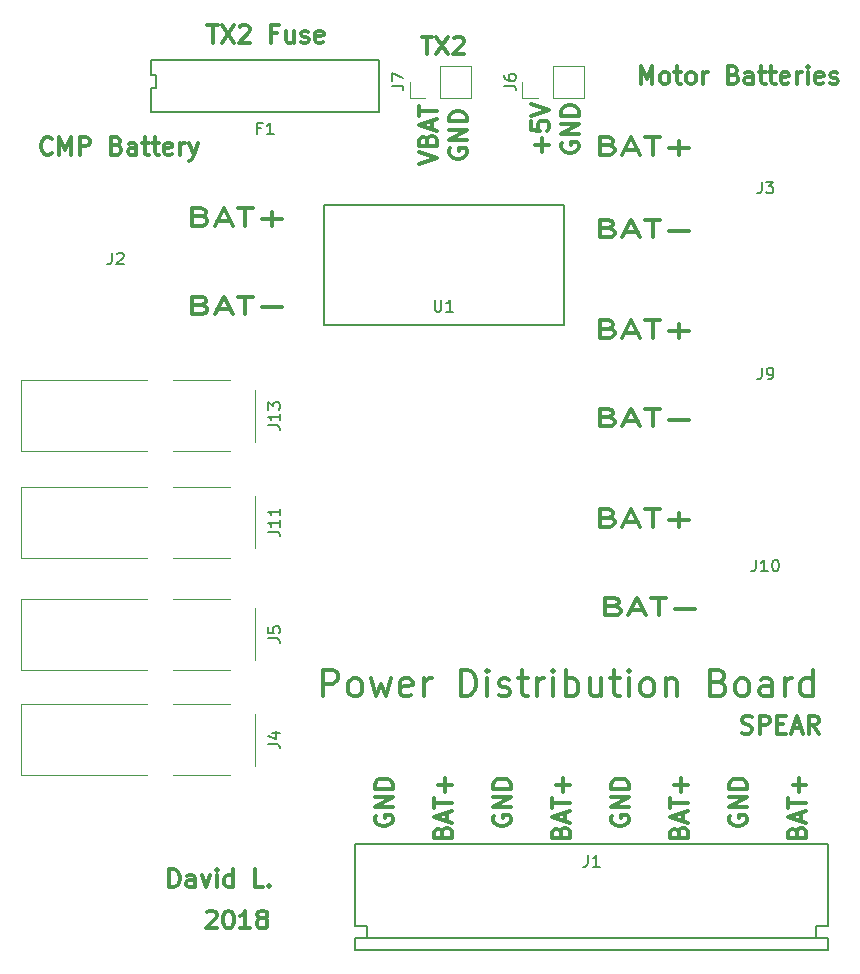
<source format=gbr>
G04 #@! TF.FileFunction,Legend,Top*
%FSLAX46Y46*%
G04 Gerber Fmt 4.6, Leading zero omitted, Abs format (unit mm)*
G04 Created by KiCad (PCBNEW 4.0.7) date 01/17/18 22:37:34*
%MOMM*%
%LPD*%
G01*
G04 APERTURE LIST*
%ADD10C,0.100000*%
%ADD11C,0.300000*%
%ADD12C,0.150000*%
%ADD13C,0.120000*%
G04 APERTURE END LIST*
D10*
D11*
X178678572Y-75178571D02*
X178678572Y-73678571D01*
X179178572Y-74750000D01*
X179678572Y-73678571D01*
X179678572Y-75178571D01*
X180607144Y-75178571D02*
X180464286Y-75107143D01*
X180392858Y-75035714D01*
X180321429Y-74892857D01*
X180321429Y-74464286D01*
X180392858Y-74321429D01*
X180464286Y-74250000D01*
X180607144Y-74178571D01*
X180821429Y-74178571D01*
X180964286Y-74250000D01*
X181035715Y-74321429D01*
X181107144Y-74464286D01*
X181107144Y-74892857D01*
X181035715Y-75035714D01*
X180964286Y-75107143D01*
X180821429Y-75178571D01*
X180607144Y-75178571D01*
X181535715Y-74178571D02*
X182107144Y-74178571D01*
X181750001Y-73678571D02*
X181750001Y-74964286D01*
X181821429Y-75107143D01*
X181964287Y-75178571D01*
X182107144Y-75178571D01*
X182821430Y-75178571D02*
X182678572Y-75107143D01*
X182607144Y-75035714D01*
X182535715Y-74892857D01*
X182535715Y-74464286D01*
X182607144Y-74321429D01*
X182678572Y-74250000D01*
X182821430Y-74178571D01*
X183035715Y-74178571D01*
X183178572Y-74250000D01*
X183250001Y-74321429D01*
X183321430Y-74464286D01*
X183321430Y-74892857D01*
X183250001Y-75035714D01*
X183178572Y-75107143D01*
X183035715Y-75178571D01*
X182821430Y-75178571D01*
X183964287Y-75178571D02*
X183964287Y-74178571D01*
X183964287Y-74464286D02*
X184035715Y-74321429D01*
X184107144Y-74250000D01*
X184250001Y-74178571D01*
X184392858Y-74178571D01*
X186535715Y-74392857D02*
X186750001Y-74464286D01*
X186821429Y-74535714D01*
X186892858Y-74678571D01*
X186892858Y-74892857D01*
X186821429Y-75035714D01*
X186750001Y-75107143D01*
X186607143Y-75178571D01*
X186035715Y-75178571D01*
X186035715Y-73678571D01*
X186535715Y-73678571D01*
X186678572Y-73750000D01*
X186750001Y-73821429D01*
X186821429Y-73964286D01*
X186821429Y-74107143D01*
X186750001Y-74250000D01*
X186678572Y-74321429D01*
X186535715Y-74392857D01*
X186035715Y-74392857D01*
X188178572Y-75178571D02*
X188178572Y-74392857D01*
X188107143Y-74250000D01*
X187964286Y-74178571D01*
X187678572Y-74178571D01*
X187535715Y-74250000D01*
X188178572Y-75107143D02*
X188035715Y-75178571D01*
X187678572Y-75178571D01*
X187535715Y-75107143D01*
X187464286Y-74964286D01*
X187464286Y-74821429D01*
X187535715Y-74678571D01*
X187678572Y-74607143D01*
X188035715Y-74607143D01*
X188178572Y-74535714D01*
X188678572Y-74178571D02*
X189250001Y-74178571D01*
X188892858Y-73678571D02*
X188892858Y-74964286D01*
X188964286Y-75107143D01*
X189107144Y-75178571D01*
X189250001Y-75178571D01*
X189535715Y-74178571D02*
X190107144Y-74178571D01*
X189750001Y-73678571D02*
X189750001Y-74964286D01*
X189821429Y-75107143D01*
X189964287Y-75178571D01*
X190107144Y-75178571D01*
X191178572Y-75107143D02*
X191035715Y-75178571D01*
X190750001Y-75178571D01*
X190607144Y-75107143D01*
X190535715Y-74964286D01*
X190535715Y-74392857D01*
X190607144Y-74250000D01*
X190750001Y-74178571D01*
X191035715Y-74178571D01*
X191178572Y-74250000D01*
X191250001Y-74392857D01*
X191250001Y-74535714D01*
X190535715Y-74678571D01*
X191892858Y-75178571D02*
X191892858Y-74178571D01*
X191892858Y-74464286D02*
X191964286Y-74321429D01*
X192035715Y-74250000D01*
X192178572Y-74178571D01*
X192321429Y-74178571D01*
X192821429Y-75178571D02*
X192821429Y-74178571D01*
X192821429Y-73678571D02*
X192750000Y-73750000D01*
X192821429Y-73821429D01*
X192892857Y-73750000D01*
X192821429Y-73678571D01*
X192821429Y-73821429D01*
X194107143Y-75107143D02*
X193964286Y-75178571D01*
X193678572Y-75178571D01*
X193535715Y-75107143D01*
X193464286Y-74964286D01*
X193464286Y-74392857D01*
X193535715Y-74250000D01*
X193678572Y-74178571D01*
X193964286Y-74178571D01*
X194107143Y-74250000D01*
X194178572Y-74392857D01*
X194178572Y-74535714D01*
X193464286Y-74678571D01*
X194750000Y-75107143D02*
X194892857Y-75178571D01*
X195178572Y-75178571D01*
X195321429Y-75107143D01*
X195392857Y-74964286D01*
X195392857Y-74892857D01*
X195321429Y-74750000D01*
X195178572Y-74678571D01*
X194964286Y-74678571D01*
X194821429Y-74607143D01*
X194750000Y-74464286D01*
X194750000Y-74392857D01*
X194821429Y-74250000D01*
X194964286Y-74178571D01*
X195178572Y-74178571D01*
X195321429Y-74250000D01*
X128821429Y-81035714D02*
X128750000Y-81107143D01*
X128535714Y-81178571D01*
X128392857Y-81178571D01*
X128178572Y-81107143D01*
X128035714Y-80964286D01*
X127964286Y-80821429D01*
X127892857Y-80535714D01*
X127892857Y-80321429D01*
X127964286Y-80035714D01*
X128035714Y-79892857D01*
X128178572Y-79750000D01*
X128392857Y-79678571D01*
X128535714Y-79678571D01*
X128750000Y-79750000D01*
X128821429Y-79821429D01*
X129464286Y-81178571D02*
X129464286Y-79678571D01*
X129964286Y-80750000D01*
X130464286Y-79678571D01*
X130464286Y-81178571D01*
X131178572Y-81178571D02*
X131178572Y-79678571D01*
X131750000Y-79678571D01*
X131892858Y-79750000D01*
X131964286Y-79821429D01*
X132035715Y-79964286D01*
X132035715Y-80178571D01*
X131964286Y-80321429D01*
X131892858Y-80392857D01*
X131750000Y-80464286D01*
X131178572Y-80464286D01*
X134321429Y-80392857D02*
X134535715Y-80464286D01*
X134607143Y-80535714D01*
X134678572Y-80678571D01*
X134678572Y-80892857D01*
X134607143Y-81035714D01*
X134535715Y-81107143D01*
X134392857Y-81178571D01*
X133821429Y-81178571D01*
X133821429Y-79678571D01*
X134321429Y-79678571D01*
X134464286Y-79750000D01*
X134535715Y-79821429D01*
X134607143Y-79964286D01*
X134607143Y-80107143D01*
X134535715Y-80250000D01*
X134464286Y-80321429D01*
X134321429Y-80392857D01*
X133821429Y-80392857D01*
X135964286Y-81178571D02*
X135964286Y-80392857D01*
X135892857Y-80250000D01*
X135750000Y-80178571D01*
X135464286Y-80178571D01*
X135321429Y-80250000D01*
X135964286Y-81107143D02*
X135821429Y-81178571D01*
X135464286Y-81178571D01*
X135321429Y-81107143D01*
X135250000Y-80964286D01*
X135250000Y-80821429D01*
X135321429Y-80678571D01*
X135464286Y-80607143D01*
X135821429Y-80607143D01*
X135964286Y-80535714D01*
X136464286Y-80178571D02*
X137035715Y-80178571D01*
X136678572Y-79678571D02*
X136678572Y-80964286D01*
X136750000Y-81107143D01*
X136892858Y-81178571D01*
X137035715Y-81178571D01*
X137321429Y-80178571D02*
X137892858Y-80178571D01*
X137535715Y-79678571D02*
X137535715Y-80964286D01*
X137607143Y-81107143D01*
X137750001Y-81178571D01*
X137892858Y-81178571D01*
X138964286Y-81107143D02*
X138821429Y-81178571D01*
X138535715Y-81178571D01*
X138392858Y-81107143D01*
X138321429Y-80964286D01*
X138321429Y-80392857D01*
X138392858Y-80250000D01*
X138535715Y-80178571D01*
X138821429Y-80178571D01*
X138964286Y-80250000D01*
X139035715Y-80392857D01*
X139035715Y-80535714D01*
X138321429Y-80678571D01*
X139678572Y-81178571D02*
X139678572Y-80178571D01*
X139678572Y-80464286D02*
X139750000Y-80321429D01*
X139821429Y-80250000D01*
X139964286Y-80178571D01*
X140107143Y-80178571D01*
X140464286Y-80178571D02*
X140821429Y-81178571D01*
X141178571Y-80178571D02*
X140821429Y-81178571D01*
X140678571Y-81535714D01*
X140607143Y-81607143D01*
X140464286Y-81678571D01*
X187250000Y-130107143D02*
X187464286Y-130178571D01*
X187821429Y-130178571D01*
X187964286Y-130107143D01*
X188035715Y-130035714D01*
X188107143Y-129892857D01*
X188107143Y-129750000D01*
X188035715Y-129607143D01*
X187964286Y-129535714D01*
X187821429Y-129464286D01*
X187535715Y-129392857D01*
X187392857Y-129321429D01*
X187321429Y-129250000D01*
X187250000Y-129107143D01*
X187250000Y-128964286D01*
X187321429Y-128821429D01*
X187392857Y-128750000D01*
X187535715Y-128678571D01*
X187892857Y-128678571D01*
X188107143Y-128750000D01*
X188750000Y-130178571D02*
X188750000Y-128678571D01*
X189321428Y-128678571D01*
X189464286Y-128750000D01*
X189535714Y-128821429D01*
X189607143Y-128964286D01*
X189607143Y-129178571D01*
X189535714Y-129321429D01*
X189464286Y-129392857D01*
X189321428Y-129464286D01*
X188750000Y-129464286D01*
X190250000Y-129392857D02*
X190750000Y-129392857D01*
X190964286Y-130178571D02*
X190250000Y-130178571D01*
X190250000Y-128678571D01*
X190964286Y-128678571D01*
X191535714Y-129750000D02*
X192250000Y-129750000D01*
X191392857Y-130178571D02*
X191892857Y-128678571D01*
X192392857Y-130178571D01*
X193750000Y-130178571D02*
X193250000Y-129464286D01*
X192892857Y-130178571D02*
X192892857Y-128678571D01*
X193464285Y-128678571D01*
X193607143Y-128750000D01*
X193678571Y-128821429D01*
X193750000Y-128964286D01*
X193750000Y-129178571D01*
X193678571Y-129321429D01*
X193607143Y-129392857D01*
X193464285Y-129464286D01*
X192892857Y-129464286D01*
X141928572Y-145321429D02*
X142000001Y-145250000D01*
X142142858Y-145178571D01*
X142500001Y-145178571D01*
X142642858Y-145250000D01*
X142714287Y-145321429D01*
X142785715Y-145464286D01*
X142785715Y-145607143D01*
X142714287Y-145821429D01*
X141857144Y-146678571D01*
X142785715Y-146678571D01*
X143714286Y-145178571D02*
X143857143Y-145178571D01*
X144000000Y-145250000D01*
X144071429Y-145321429D01*
X144142858Y-145464286D01*
X144214286Y-145750000D01*
X144214286Y-146107143D01*
X144142858Y-146392857D01*
X144071429Y-146535714D01*
X144000000Y-146607143D01*
X143857143Y-146678571D01*
X143714286Y-146678571D01*
X143571429Y-146607143D01*
X143500000Y-146535714D01*
X143428572Y-146392857D01*
X143357143Y-146107143D01*
X143357143Y-145750000D01*
X143428572Y-145464286D01*
X143500000Y-145321429D01*
X143571429Y-145250000D01*
X143714286Y-145178571D01*
X145642857Y-146678571D02*
X144785714Y-146678571D01*
X145214286Y-146678571D02*
X145214286Y-145178571D01*
X145071429Y-145392857D01*
X144928571Y-145535714D01*
X144785714Y-145607143D01*
X146500000Y-145821429D02*
X146357142Y-145750000D01*
X146285714Y-145678571D01*
X146214285Y-145535714D01*
X146214285Y-145464286D01*
X146285714Y-145321429D01*
X146357142Y-145250000D01*
X146500000Y-145178571D01*
X146785714Y-145178571D01*
X146928571Y-145250000D01*
X147000000Y-145321429D01*
X147071428Y-145464286D01*
X147071428Y-145535714D01*
X147000000Y-145678571D01*
X146928571Y-145750000D01*
X146785714Y-145821429D01*
X146500000Y-145821429D01*
X146357142Y-145892857D01*
X146285714Y-145964286D01*
X146214285Y-146107143D01*
X146214285Y-146392857D01*
X146285714Y-146535714D01*
X146357142Y-146607143D01*
X146500000Y-146678571D01*
X146785714Y-146678571D01*
X146928571Y-146607143D01*
X147000000Y-146535714D01*
X147071428Y-146392857D01*
X147071428Y-146107143D01*
X147000000Y-145964286D01*
X146928571Y-145892857D01*
X146785714Y-145821429D01*
X138785714Y-143178571D02*
X138785714Y-141678571D01*
X139142857Y-141678571D01*
X139357142Y-141750000D01*
X139500000Y-141892857D01*
X139571428Y-142035714D01*
X139642857Y-142321429D01*
X139642857Y-142535714D01*
X139571428Y-142821429D01*
X139500000Y-142964286D01*
X139357142Y-143107143D01*
X139142857Y-143178571D01*
X138785714Y-143178571D01*
X140928571Y-143178571D02*
X140928571Y-142392857D01*
X140857142Y-142250000D01*
X140714285Y-142178571D01*
X140428571Y-142178571D01*
X140285714Y-142250000D01*
X140928571Y-143107143D02*
X140785714Y-143178571D01*
X140428571Y-143178571D01*
X140285714Y-143107143D01*
X140214285Y-142964286D01*
X140214285Y-142821429D01*
X140285714Y-142678571D01*
X140428571Y-142607143D01*
X140785714Y-142607143D01*
X140928571Y-142535714D01*
X141500000Y-142178571D02*
X141857143Y-143178571D01*
X142214285Y-142178571D01*
X142785714Y-143178571D02*
X142785714Y-142178571D01*
X142785714Y-141678571D02*
X142714285Y-141750000D01*
X142785714Y-141821429D01*
X142857142Y-141750000D01*
X142785714Y-141678571D01*
X142785714Y-141821429D01*
X144142857Y-143178571D02*
X144142857Y-141678571D01*
X144142857Y-143107143D02*
X144000000Y-143178571D01*
X143714286Y-143178571D01*
X143571428Y-143107143D01*
X143500000Y-143035714D01*
X143428571Y-142892857D01*
X143428571Y-142464286D01*
X143500000Y-142321429D01*
X143571428Y-142250000D01*
X143714286Y-142178571D01*
X144000000Y-142178571D01*
X144142857Y-142250000D01*
X146714286Y-143178571D02*
X146000000Y-143178571D01*
X146000000Y-141678571D01*
X147214286Y-143035714D02*
X147285714Y-143107143D01*
X147214286Y-143178571D01*
X147142857Y-143107143D01*
X147214286Y-143035714D01*
X147214286Y-143178571D01*
X151767858Y-127017857D02*
X151767858Y-124767857D01*
X152625001Y-124767857D01*
X152839287Y-124875000D01*
X152946430Y-124982143D01*
X153053573Y-125196429D01*
X153053573Y-125517857D01*
X152946430Y-125732143D01*
X152839287Y-125839286D01*
X152625001Y-125946429D01*
X151767858Y-125946429D01*
X154339287Y-127017857D02*
X154125001Y-126910714D01*
X154017858Y-126803571D01*
X153910715Y-126589286D01*
X153910715Y-125946429D01*
X154017858Y-125732143D01*
X154125001Y-125625000D01*
X154339287Y-125517857D01*
X154660715Y-125517857D01*
X154875001Y-125625000D01*
X154982144Y-125732143D01*
X155089287Y-125946429D01*
X155089287Y-126589286D01*
X154982144Y-126803571D01*
X154875001Y-126910714D01*
X154660715Y-127017857D01*
X154339287Y-127017857D01*
X155839287Y-125517857D02*
X156267858Y-127017857D01*
X156696429Y-125946429D01*
X157125001Y-127017857D01*
X157553572Y-125517857D01*
X159267858Y-126910714D02*
X159053572Y-127017857D01*
X158625001Y-127017857D01*
X158410715Y-126910714D01*
X158303572Y-126696429D01*
X158303572Y-125839286D01*
X158410715Y-125625000D01*
X158625001Y-125517857D01*
X159053572Y-125517857D01*
X159267858Y-125625000D01*
X159375001Y-125839286D01*
X159375001Y-126053571D01*
X158303572Y-126267857D01*
X160339286Y-127017857D02*
X160339286Y-125517857D01*
X160339286Y-125946429D02*
X160446429Y-125732143D01*
X160553572Y-125625000D01*
X160767858Y-125517857D01*
X160982143Y-125517857D01*
X163446429Y-127017857D02*
X163446429Y-124767857D01*
X163982144Y-124767857D01*
X164303572Y-124875000D01*
X164517858Y-125089286D01*
X164625001Y-125303571D01*
X164732144Y-125732143D01*
X164732144Y-126053571D01*
X164625001Y-126482143D01*
X164517858Y-126696429D01*
X164303572Y-126910714D01*
X163982144Y-127017857D01*
X163446429Y-127017857D01*
X165696429Y-127017857D02*
X165696429Y-125517857D01*
X165696429Y-124767857D02*
X165589286Y-124875000D01*
X165696429Y-124982143D01*
X165803572Y-124875000D01*
X165696429Y-124767857D01*
X165696429Y-124982143D01*
X166660715Y-126910714D02*
X166875001Y-127017857D01*
X167303573Y-127017857D01*
X167517858Y-126910714D01*
X167625001Y-126696429D01*
X167625001Y-126589286D01*
X167517858Y-126375000D01*
X167303573Y-126267857D01*
X166982144Y-126267857D01*
X166767858Y-126160714D01*
X166660715Y-125946429D01*
X166660715Y-125839286D01*
X166767858Y-125625000D01*
X166982144Y-125517857D01*
X167303573Y-125517857D01*
X167517858Y-125625000D01*
X168267859Y-125517857D02*
X169125002Y-125517857D01*
X168589287Y-124767857D02*
X168589287Y-126696429D01*
X168696430Y-126910714D01*
X168910716Y-127017857D01*
X169125002Y-127017857D01*
X169875001Y-127017857D02*
X169875001Y-125517857D01*
X169875001Y-125946429D02*
X169982144Y-125732143D01*
X170089287Y-125625000D01*
X170303573Y-125517857D01*
X170517858Y-125517857D01*
X171267858Y-127017857D02*
X171267858Y-125517857D01*
X171267858Y-124767857D02*
X171160715Y-124875000D01*
X171267858Y-124982143D01*
X171375001Y-124875000D01*
X171267858Y-124767857D01*
X171267858Y-124982143D01*
X172339287Y-127017857D02*
X172339287Y-124767857D01*
X172339287Y-125625000D02*
X172553573Y-125517857D01*
X172982144Y-125517857D01*
X173196430Y-125625000D01*
X173303573Y-125732143D01*
X173410716Y-125946429D01*
X173410716Y-126589286D01*
X173303573Y-126803571D01*
X173196430Y-126910714D01*
X172982144Y-127017857D01*
X172553573Y-127017857D01*
X172339287Y-126910714D01*
X175339287Y-125517857D02*
X175339287Y-127017857D01*
X174375001Y-125517857D02*
X174375001Y-126696429D01*
X174482144Y-126910714D01*
X174696430Y-127017857D01*
X175017858Y-127017857D01*
X175232144Y-126910714D01*
X175339287Y-126803571D01*
X176089287Y-125517857D02*
X176946430Y-125517857D01*
X176410715Y-124767857D02*
X176410715Y-126696429D01*
X176517858Y-126910714D01*
X176732144Y-127017857D01*
X176946430Y-127017857D01*
X177696429Y-127017857D02*
X177696429Y-125517857D01*
X177696429Y-124767857D02*
X177589286Y-124875000D01*
X177696429Y-124982143D01*
X177803572Y-124875000D01*
X177696429Y-124767857D01*
X177696429Y-124982143D01*
X179089287Y-127017857D02*
X178875001Y-126910714D01*
X178767858Y-126803571D01*
X178660715Y-126589286D01*
X178660715Y-125946429D01*
X178767858Y-125732143D01*
X178875001Y-125625000D01*
X179089287Y-125517857D01*
X179410715Y-125517857D01*
X179625001Y-125625000D01*
X179732144Y-125732143D01*
X179839287Y-125946429D01*
X179839287Y-126589286D01*
X179732144Y-126803571D01*
X179625001Y-126910714D01*
X179410715Y-127017857D01*
X179089287Y-127017857D01*
X180803572Y-125517857D02*
X180803572Y-127017857D01*
X180803572Y-125732143D02*
X180910715Y-125625000D01*
X181125001Y-125517857D01*
X181446429Y-125517857D01*
X181660715Y-125625000D01*
X181767858Y-125839286D01*
X181767858Y-127017857D01*
X185303572Y-125839286D02*
X185625001Y-125946429D01*
X185732144Y-126053571D01*
X185839287Y-126267857D01*
X185839287Y-126589286D01*
X185732144Y-126803571D01*
X185625001Y-126910714D01*
X185410715Y-127017857D01*
X184553572Y-127017857D01*
X184553572Y-124767857D01*
X185303572Y-124767857D01*
X185517858Y-124875000D01*
X185625001Y-124982143D01*
X185732144Y-125196429D01*
X185732144Y-125410714D01*
X185625001Y-125625000D01*
X185517858Y-125732143D01*
X185303572Y-125839286D01*
X184553572Y-125839286D01*
X187125001Y-127017857D02*
X186910715Y-126910714D01*
X186803572Y-126803571D01*
X186696429Y-126589286D01*
X186696429Y-125946429D01*
X186803572Y-125732143D01*
X186910715Y-125625000D01*
X187125001Y-125517857D01*
X187446429Y-125517857D01*
X187660715Y-125625000D01*
X187767858Y-125732143D01*
X187875001Y-125946429D01*
X187875001Y-126589286D01*
X187767858Y-126803571D01*
X187660715Y-126910714D01*
X187446429Y-127017857D01*
X187125001Y-127017857D01*
X189803572Y-127017857D02*
X189803572Y-125839286D01*
X189696429Y-125625000D01*
X189482143Y-125517857D01*
X189053572Y-125517857D01*
X188839286Y-125625000D01*
X189803572Y-126910714D02*
X189589286Y-127017857D01*
X189053572Y-127017857D01*
X188839286Y-126910714D01*
X188732143Y-126696429D01*
X188732143Y-126482143D01*
X188839286Y-126267857D01*
X189053572Y-126160714D01*
X189589286Y-126160714D01*
X189803572Y-126053571D01*
X190875000Y-127017857D02*
X190875000Y-125517857D01*
X190875000Y-125946429D02*
X190982143Y-125732143D01*
X191089286Y-125625000D01*
X191303572Y-125517857D01*
X191517857Y-125517857D01*
X193232143Y-127017857D02*
X193232143Y-124767857D01*
X193232143Y-126910714D02*
X193017857Y-127017857D01*
X192589286Y-127017857D01*
X192375000Y-126910714D01*
X192267857Y-126803571D01*
X192160714Y-126589286D01*
X192160714Y-125946429D01*
X192267857Y-125732143D01*
X192375000Y-125625000D01*
X192589286Y-125517857D01*
X193017857Y-125517857D01*
X193232143Y-125625000D01*
X191892857Y-138535714D02*
X191964286Y-138321428D01*
X192035714Y-138250000D01*
X192178571Y-138178571D01*
X192392857Y-138178571D01*
X192535714Y-138250000D01*
X192607143Y-138321428D01*
X192678571Y-138464286D01*
X192678571Y-139035714D01*
X191178571Y-139035714D01*
X191178571Y-138535714D01*
X191250000Y-138392857D01*
X191321429Y-138321428D01*
X191464286Y-138250000D01*
X191607143Y-138250000D01*
X191750000Y-138321428D01*
X191821429Y-138392857D01*
X191892857Y-138535714D01*
X191892857Y-139035714D01*
X192250000Y-137607143D02*
X192250000Y-136892857D01*
X192678571Y-137750000D02*
X191178571Y-137250000D01*
X192678571Y-136750000D01*
X191178571Y-136464286D02*
X191178571Y-135607143D01*
X192678571Y-136035714D02*
X191178571Y-136035714D01*
X192107143Y-135107143D02*
X192107143Y-133964286D01*
X192678571Y-134535715D02*
X191535714Y-134535715D01*
X181892857Y-138535714D02*
X181964286Y-138321428D01*
X182035714Y-138250000D01*
X182178571Y-138178571D01*
X182392857Y-138178571D01*
X182535714Y-138250000D01*
X182607143Y-138321428D01*
X182678571Y-138464286D01*
X182678571Y-139035714D01*
X181178571Y-139035714D01*
X181178571Y-138535714D01*
X181250000Y-138392857D01*
X181321429Y-138321428D01*
X181464286Y-138250000D01*
X181607143Y-138250000D01*
X181750000Y-138321428D01*
X181821429Y-138392857D01*
X181892857Y-138535714D01*
X181892857Y-139035714D01*
X182250000Y-137607143D02*
X182250000Y-136892857D01*
X182678571Y-137750000D02*
X181178571Y-137250000D01*
X182678571Y-136750000D01*
X181178571Y-136464286D02*
X181178571Y-135607143D01*
X182678571Y-136035714D02*
X181178571Y-136035714D01*
X182107143Y-135107143D02*
X182107143Y-133964286D01*
X182678571Y-134535715D02*
X181535714Y-134535715D01*
X171892857Y-138535714D02*
X171964286Y-138321428D01*
X172035714Y-138250000D01*
X172178571Y-138178571D01*
X172392857Y-138178571D01*
X172535714Y-138250000D01*
X172607143Y-138321428D01*
X172678571Y-138464286D01*
X172678571Y-139035714D01*
X171178571Y-139035714D01*
X171178571Y-138535714D01*
X171250000Y-138392857D01*
X171321429Y-138321428D01*
X171464286Y-138250000D01*
X171607143Y-138250000D01*
X171750000Y-138321428D01*
X171821429Y-138392857D01*
X171892857Y-138535714D01*
X171892857Y-139035714D01*
X172250000Y-137607143D02*
X172250000Y-136892857D01*
X172678571Y-137750000D02*
X171178571Y-137250000D01*
X172678571Y-136750000D01*
X171178571Y-136464286D02*
X171178571Y-135607143D01*
X172678571Y-136035714D02*
X171178571Y-136035714D01*
X172107143Y-135107143D02*
X172107143Y-133964286D01*
X172678571Y-134535715D02*
X171535714Y-134535715D01*
X161892857Y-138535714D02*
X161964286Y-138321428D01*
X162035714Y-138250000D01*
X162178571Y-138178571D01*
X162392857Y-138178571D01*
X162535714Y-138250000D01*
X162607143Y-138321428D01*
X162678571Y-138464286D01*
X162678571Y-139035714D01*
X161178571Y-139035714D01*
X161178571Y-138535714D01*
X161250000Y-138392857D01*
X161321429Y-138321428D01*
X161464286Y-138250000D01*
X161607143Y-138250000D01*
X161750000Y-138321428D01*
X161821429Y-138392857D01*
X161892857Y-138535714D01*
X161892857Y-139035714D01*
X162250000Y-137607143D02*
X162250000Y-136892857D01*
X162678571Y-137750000D02*
X161178571Y-137250000D01*
X162678571Y-136750000D01*
X161178571Y-136464286D02*
X161178571Y-135607143D01*
X162678571Y-136035714D02*
X161178571Y-136035714D01*
X162107143Y-135107143D02*
X162107143Y-133964286D01*
X162678571Y-134535715D02*
X161535714Y-134535715D01*
X186250000Y-137142857D02*
X186178571Y-137285714D01*
X186178571Y-137500000D01*
X186250000Y-137714285D01*
X186392857Y-137857143D01*
X186535714Y-137928571D01*
X186821429Y-138000000D01*
X187035714Y-138000000D01*
X187321429Y-137928571D01*
X187464286Y-137857143D01*
X187607143Y-137714285D01*
X187678571Y-137500000D01*
X187678571Y-137357143D01*
X187607143Y-137142857D01*
X187535714Y-137071428D01*
X187035714Y-137071428D01*
X187035714Y-137357143D01*
X187678571Y-136428571D02*
X186178571Y-136428571D01*
X187678571Y-135571428D01*
X186178571Y-135571428D01*
X187678571Y-134857142D02*
X186178571Y-134857142D01*
X186178571Y-134499999D01*
X186250000Y-134285714D01*
X186392857Y-134142856D01*
X186535714Y-134071428D01*
X186821429Y-133999999D01*
X187035714Y-133999999D01*
X187321429Y-134071428D01*
X187464286Y-134142856D01*
X187607143Y-134285714D01*
X187678571Y-134499999D01*
X187678571Y-134857142D01*
X176250000Y-137142857D02*
X176178571Y-137285714D01*
X176178571Y-137500000D01*
X176250000Y-137714285D01*
X176392857Y-137857143D01*
X176535714Y-137928571D01*
X176821429Y-138000000D01*
X177035714Y-138000000D01*
X177321429Y-137928571D01*
X177464286Y-137857143D01*
X177607143Y-137714285D01*
X177678571Y-137500000D01*
X177678571Y-137357143D01*
X177607143Y-137142857D01*
X177535714Y-137071428D01*
X177035714Y-137071428D01*
X177035714Y-137357143D01*
X177678571Y-136428571D02*
X176178571Y-136428571D01*
X177678571Y-135571428D01*
X176178571Y-135571428D01*
X177678571Y-134857142D02*
X176178571Y-134857142D01*
X176178571Y-134499999D01*
X176250000Y-134285714D01*
X176392857Y-134142856D01*
X176535714Y-134071428D01*
X176821429Y-133999999D01*
X177035714Y-133999999D01*
X177321429Y-134071428D01*
X177464286Y-134142856D01*
X177607143Y-134285714D01*
X177678571Y-134499999D01*
X177678571Y-134857142D01*
X166250000Y-137142857D02*
X166178571Y-137285714D01*
X166178571Y-137500000D01*
X166250000Y-137714285D01*
X166392857Y-137857143D01*
X166535714Y-137928571D01*
X166821429Y-138000000D01*
X167035714Y-138000000D01*
X167321429Y-137928571D01*
X167464286Y-137857143D01*
X167607143Y-137714285D01*
X167678571Y-137500000D01*
X167678571Y-137357143D01*
X167607143Y-137142857D01*
X167535714Y-137071428D01*
X167035714Y-137071428D01*
X167035714Y-137357143D01*
X167678571Y-136428571D02*
X166178571Y-136428571D01*
X167678571Y-135571428D01*
X166178571Y-135571428D01*
X167678571Y-134857142D02*
X166178571Y-134857142D01*
X166178571Y-134499999D01*
X166250000Y-134285714D01*
X166392857Y-134142856D01*
X166535714Y-134071428D01*
X166821429Y-133999999D01*
X167035714Y-133999999D01*
X167321429Y-134071428D01*
X167464286Y-134142856D01*
X167607143Y-134285714D01*
X167678571Y-134499999D01*
X167678571Y-134857142D01*
X156250000Y-137142857D02*
X156178571Y-137285714D01*
X156178571Y-137500000D01*
X156250000Y-137714285D01*
X156392857Y-137857143D01*
X156535714Y-137928571D01*
X156821429Y-138000000D01*
X157035714Y-138000000D01*
X157321429Y-137928571D01*
X157464286Y-137857143D01*
X157607143Y-137714285D01*
X157678571Y-137500000D01*
X157678571Y-137357143D01*
X157607143Y-137142857D01*
X157535714Y-137071428D01*
X157035714Y-137071428D01*
X157035714Y-137357143D01*
X157678571Y-136428571D02*
X156178571Y-136428571D01*
X157678571Y-135571428D01*
X156178571Y-135571428D01*
X157678571Y-134857142D02*
X156178571Y-134857142D01*
X156178571Y-134499999D01*
X156250000Y-134285714D01*
X156392857Y-134142856D01*
X156535714Y-134071428D01*
X156821429Y-133999999D01*
X157035714Y-133999999D01*
X157321429Y-134071428D01*
X157464286Y-134142856D01*
X157607143Y-134285714D01*
X157678571Y-134499999D01*
X157678571Y-134857142D01*
X176446429Y-119392857D02*
X176767858Y-119464286D01*
X176875001Y-119535714D01*
X176982144Y-119678571D01*
X176982144Y-119892857D01*
X176875001Y-120035714D01*
X176767858Y-120107143D01*
X176553572Y-120178571D01*
X175696429Y-120178571D01*
X175696429Y-118678571D01*
X176446429Y-118678571D01*
X176660715Y-118750000D01*
X176767858Y-118821429D01*
X176875001Y-118964286D01*
X176875001Y-119107143D01*
X176767858Y-119250000D01*
X176660715Y-119321429D01*
X176446429Y-119392857D01*
X175696429Y-119392857D01*
X177839286Y-119750000D02*
X178910715Y-119750000D01*
X177625001Y-120178571D02*
X178375001Y-118678571D01*
X179125001Y-120178571D01*
X179553572Y-118678571D02*
X180839286Y-118678571D01*
X180196429Y-120178571D02*
X180196429Y-118678571D01*
X181589286Y-119607143D02*
X183303572Y-119607143D01*
X175946429Y-103392857D02*
X176267858Y-103464286D01*
X176375001Y-103535714D01*
X176482144Y-103678571D01*
X176482144Y-103892857D01*
X176375001Y-104035714D01*
X176267858Y-104107143D01*
X176053572Y-104178571D01*
X175196429Y-104178571D01*
X175196429Y-102678571D01*
X175946429Y-102678571D01*
X176160715Y-102750000D01*
X176267858Y-102821429D01*
X176375001Y-102964286D01*
X176375001Y-103107143D01*
X176267858Y-103250000D01*
X176160715Y-103321429D01*
X175946429Y-103392857D01*
X175196429Y-103392857D01*
X177339286Y-103750000D02*
X178410715Y-103750000D01*
X177125001Y-104178571D02*
X177875001Y-102678571D01*
X178625001Y-104178571D01*
X179053572Y-102678571D02*
X180339286Y-102678571D01*
X179696429Y-104178571D02*
X179696429Y-102678571D01*
X181089286Y-103607143D02*
X182803572Y-103607143D01*
X175946429Y-111892857D02*
X176267858Y-111964286D01*
X176375001Y-112035714D01*
X176482144Y-112178571D01*
X176482144Y-112392857D01*
X176375001Y-112535714D01*
X176267858Y-112607143D01*
X176053572Y-112678571D01*
X175196429Y-112678571D01*
X175196429Y-111178571D01*
X175946429Y-111178571D01*
X176160715Y-111250000D01*
X176267858Y-111321429D01*
X176375001Y-111464286D01*
X176375001Y-111607143D01*
X176267858Y-111750000D01*
X176160715Y-111821429D01*
X175946429Y-111892857D01*
X175196429Y-111892857D01*
X177339286Y-112250000D02*
X178410715Y-112250000D01*
X177125001Y-112678571D02*
X177875001Y-111178571D01*
X178625001Y-112678571D01*
X179053572Y-111178571D02*
X180339286Y-111178571D01*
X179696429Y-112678571D02*
X179696429Y-111178571D01*
X181089286Y-112107143D02*
X182803572Y-112107143D01*
X181946429Y-112678571D02*
X181946429Y-111535714D01*
X175946429Y-95892857D02*
X176267858Y-95964286D01*
X176375001Y-96035714D01*
X176482144Y-96178571D01*
X176482144Y-96392857D01*
X176375001Y-96535714D01*
X176267858Y-96607143D01*
X176053572Y-96678571D01*
X175196429Y-96678571D01*
X175196429Y-95178571D01*
X175946429Y-95178571D01*
X176160715Y-95250000D01*
X176267858Y-95321429D01*
X176375001Y-95464286D01*
X176375001Y-95607143D01*
X176267858Y-95750000D01*
X176160715Y-95821429D01*
X175946429Y-95892857D01*
X175196429Y-95892857D01*
X177339286Y-96250000D02*
X178410715Y-96250000D01*
X177125001Y-96678571D02*
X177875001Y-95178571D01*
X178625001Y-96678571D01*
X179053572Y-95178571D02*
X180339286Y-95178571D01*
X179696429Y-96678571D02*
X179696429Y-95178571D01*
X181089286Y-96107143D02*
X182803572Y-96107143D01*
X181946429Y-96678571D02*
X181946429Y-95535714D01*
X175946429Y-87392857D02*
X176267858Y-87464286D01*
X176375001Y-87535714D01*
X176482144Y-87678571D01*
X176482144Y-87892857D01*
X176375001Y-88035714D01*
X176267858Y-88107143D01*
X176053572Y-88178571D01*
X175196429Y-88178571D01*
X175196429Y-86678571D01*
X175946429Y-86678571D01*
X176160715Y-86750000D01*
X176267858Y-86821429D01*
X176375001Y-86964286D01*
X176375001Y-87107143D01*
X176267858Y-87250000D01*
X176160715Y-87321429D01*
X175946429Y-87392857D01*
X175196429Y-87392857D01*
X177339286Y-87750000D02*
X178410715Y-87750000D01*
X177125001Y-88178571D02*
X177875001Y-86678571D01*
X178625001Y-88178571D01*
X179053572Y-86678571D02*
X180339286Y-86678571D01*
X179696429Y-88178571D02*
X179696429Y-86678571D01*
X181089286Y-87607143D02*
X182803572Y-87607143D01*
X175946429Y-80392857D02*
X176267858Y-80464286D01*
X176375001Y-80535714D01*
X176482144Y-80678571D01*
X176482144Y-80892857D01*
X176375001Y-81035714D01*
X176267858Y-81107143D01*
X176053572Y-81178571D01*
X175196429Y-81178571D01*
X175196429Y-79678571D01*
X175946429Y-79678571D01*
X176160715Y-79750000D01*
X176267858Y-79821429D01*
X176375001Y-79964286D01*
X176375001Y-80107143D01*
X176267858Y-80250000D01*
X176160715Y-80321429D01*
X175946429Y-80392857D01*
X175196429Y-80392857D01*
X177339286Y-80750000D02*
X178410715Y-80750000D01*
X177125001Y-81178571D02*
X177875001Y-79678571D01*
X178625001Y-81178571D01*
X179053572Y-79678571D02*
X180339286Y-79678571D01*
X179696429Y-81178571D02*
X179696429Y-79678571D01*
X181089286Y-80607143D02*
X182803572Y-80607143D01*
X181946429Y-81178571D02*
X181946429Y-80035714D01*
X141446429Y-93892857D02*
X141767858Y-93964286D01*
X141875001Y-94035714D01*
X141982144Y-94178571D01*
X141982144Y-94392857D01*
X141875001Y-94535714D01*
X141767858Y-94607143D01*
X141553572Y-94678571D01*
X140696429Y-94678571D01*
X140696429Y-93178571D01*
X141446429Y-93178571D01*
X141660715Y-93250000D01*
X141767858Y-93321429D01*
X141875001Y-93464286D01*
X141875001Y-93607143D01*
X141767858Y-93750000D01*
X141660715Y-93821429D01*
X141446429Y-93892857D01*
X140696429Y-93892857D01*
X142839286Y-94250000D02*
X143910715Y-94250000D01*
X142625001Y-94678571D02*
X143375001Y-93178571D01*
X144125001Y-94678571D01*
X144553572Y-93178571D02*
X145839286Y-93178571D01*
X145196429Y-94678571D02*
X145196429Y-93178571D01*
X146589286Y-94107143D02*
X148303572Y-94107143D01*
X141446429Y-86392857D02*
X141767858Y-86464286D01*
X141875001Y-86535714D01*
X141982144Y-86678571D01*
X141982144Y-86892857D01*
X141875001Y-87035714D01*
X141767858Y-87107143D01*
X141553572Y-87178571D01*
X140696429Y-87178571D01*
X140696429Y-85678571D01*
X141446429Y-85678571D01*
X141660715Y-85750000D01*
X141767858Y-85821429D01*
X141875001Y-85964286D01*
X141875001Y-86107143D01*
X141767858Y-86250000D01*
X141660715Y-86321429D01*
X141446429Y-86392857D01*
X140696429Y-86392857D01*
X142839286Y-86750000D02*
X143910715Y-86750000D01*
X142625001Y-87178571D02*
X143375001Y-85678571D01*
X144125001Y-87178571D01*
X144553572Y-85678571D02*
X145839286Y-85678571D01*
X145196429Y-87178571D02*
X145196429Y-85678571D01*
X146589286Y-86607143D02*
X148303572Y-86607143D01*
X147446429Y-87178571D02*
X147446429Y-86035714D01*
X142000001Y-70178571D02*
X142857144Y-70178571D01*
X142428573Y-71678571D02*
X142428573Y-70178571D01*
X143214287Y-70178571D02*
X144214287Y-71678571D01*
X144214287Y-70178571D02*
X143214287Y-71678571D01*
X144714286Y-70321429D02*
X144785715Y-70250000D01*
X144928572Y-70178571D01*
X145285715Y-70178571D01*
X145428572Y-70250000D01*
X145500001Y-70321429D01*
X145571429Y-70464286D01*
X145571429Y-70607143D01*
X145500001Y-70821429D01*
X144642858Y-71678571D01*
X145571429Y-71678571D01*
X147857143Y-70892857D02*
X147357143Y-70892857D01*
X147357143Y-71678571D02*
X147357143Y-70178571D01*
X148071429Y-70178571D01*
X149285714Y-70678571D02*
X149285714Y-71678571D01*
X148642857Y-70678571D02*
X148642857Y-71464286D01*
X148714285Y-71607143D01*
X148857143Y-71678571D01*
X149071428Y-71678571D01*
X149214285Y-71607143D01*
X149285714Y-71535714D01*
X149928571Y-71607143D02*
X150071428Y-71678571D01*
X150357143Y-71678571D01*
X150500000Y-71607143D01*
X150571428Y-71464286D01*
X150571428Y-71392857D01*
X150500000Y-71250000D01*
X150357143Y-71178571D01*
X150142857Y-71178571D01*
X150000000Y-71107143D01*
X149928571Y-70964286D01*
X149928571Y-70892857D01*
X150000000Y-70750000D01*
X150142857Y-70678571D01*
X150357143Y-70678571D01*
X150500000Y-70750000D01*
X151785714Y-71607143D02*
X151642857Y-71678571D01*
X151357143Y-71678571D01*
X151214286Y-71607143D01*
X151142857Y-71464286D01*
X151142857Y-70892857D01*
X151214286Y-70750000D01*
X151357143Y-70678571D01*
X151642857Y-70678571D01*
X151785714Y-70750000D01*
X151857143Y-70892857D01*
X151857143Y-71035714D01*
X151142857Y-71178571D01*
X159903571Y-81964285D02*
X161403571Y-81464285D01*
X159903571Y-80964285D01*
X160617857Y-79964285D02*
X160689286Y-79749999D01*
X160760714Y-79678571D01*
X160903571Y-79607142D01*
X161117857Y-79607142D01*
X161260714Y-79678571D01*
X161332143Y-79749999D01*
X161403571Y-79892857D01*
X161403571Y-80464285D01*
X159903571Y-80464285D01*
X159903571Y-79964285D01*
X159975000Y-79821428D01*
X160046429Y-79749999D01*
X160189286Y-79678571D01*
X160332143Y-79678571D01*
X160475000Y-79749999D01*
X160546429Y-79821428D01*
X160617857Y-79964285D01*
X160617857Y-80464285D01*
X160975000Y-79035714D02*
X160975000Y-78321428D01*
X161403571Y-79178571D02*
X159903571Y-78678571D01*
X161403571Y-78178571D01*
X159903571Y-77892857D02*
X159903571Y-77035714D01*
X161403571Y-77464285D02*
X159903571Y-77464285D01*
X162525000Y-80642857D02*
X162453571Y-80785714D01*
X162453571Y-81000000D01*
X162525000Y-81214285D01*
X162667857Y-81357143D01*
X162810714Y-81428571D01*
X163096429Y-81500000D01*
X163310714Y-81500000D01*
X163596429Y-81428571D01*
X163739286Y-81357143D01*
X163882143Y-81214285D01*
X163953571Y-81000000D01*
X163953571Y-80857143D01*
X163882143Y-80642857D01*
X163810714Y-80571428D01*
X163310714Y-80571428D01*
X163310714Y-80857143D01*
X163953571Y-79928571D02*
X162453571Y-79928571D01*
X163953571Y-79071428D01*
X162453571Y-79071428D01*
X163953571Y-78357142D02*
X162453571Y-78357142D01*
X162453571Y-77999999D01*
X162525000Y-77785714D01*
X162667857Y-77642856D01*
X162810714Y-77571428D01*
X163096429Y-77499999D01*
X163310714Y-77499999D01*
X163596429Y-77571428D01*
X163739286Y-77642856D01*
X163882143Y-77785714D01*
X163953571Y-77999999D01*
X163953571Y-78357142D01*
X160142858Y-71178571D02*
X161000001Y-71178571D01*
X160571430Y-72678571D02*
X160571430Y-71178571D01*
X161357144Y-71178571D02*
X162357144Y-72678571D01*
X162357144Y-71178571D02*
X161357144Y-72678571D01*
X162857143Y-71321429D02*
X162928572Y-71250000D01*
X163071429Y-71178571D01*
X163428572Y-71178571D01*
X163571429Y-71250000D01*
X163642858Y-71321429D01*
X163714286Y-71464286D01*
X163714286Y-71607143D01*
X163642858Y-71821429D01*
X162785715Y-72678571D01*
X163714286Y-72678571D01*
X170332143Y-80928571D02*
X170332143Y-79785714D01*
X170903571Y-80357143D02*
X169760714Y-80357143D01*
X169403571Y-78357142D02*
X169403571Y-79071428D01*
X170117857Y-79142857D01*
X170046429Y-79071428D01*
X169975000Y-78928571D01*
X169975000Y-78571428D01*
X170046429Y-78428571D01*
X170117857Y-78357142D01*
X170260714Y-78285714D01*
X170617857Y-78285714D01*
X170760714Y-78357142D01*
X170832143Y-78428571D01*
X170903571Y-78571428D01*
X170903571Y-78928571D01*
X170832143Y-79071428D01*
X170760714Y-79142857D01*
X169403571Y-77857143D02*
X170903571Y-77357143D01*
X169403571Y-76857143D01*
X172025000Y-80142857D02*
X171953571Y-80285714D01*
X171953571Y-80500000D01*
X172025000Y-80714285D01*
X172167857Y-80857143D01*
X172310714Y-80928571D01*
X172596429Y-81000000D01*
X172810714Y-81000000D01*
X173096429Y-80928571D01*
X173239286Y-80857143D01*
X173382143Y-80714285D01*
X173453571Y-80500000D01*
X173453571Y-80357143D01*
X173382143Y-80142857D01*
X173310714Y-80071428D01*
X172810714Y-80071428D01*
X172810714Y-80357143D01*
X173453571Y-79428571D02*
X171953571Y-79428571D01*
X173453571Y-78571428D01*
X171953571Y-78571428D01*
X173453571Y-77857142D02*
X171953571Y-77857142D01*
X171953571Y-77499999D01*
X172025000Y-77285714D01*
X172167857Y-77142856D01*
X172310714Y-77071428D01*
X172596429Y-76999999D01*
X172810714Y-76999999D01*
X173096429Y-77071428D01*
X173239286Y-77142856D01*
X173382143Y-77285714D01*
X173453571Y-77499999D01*
X173453571Y-77857142D01*
D12*
X137236000Y-75508000D02*
X137236000Y-77590800D01*
X137617000Y-75508000D02*
X137236000Y-75508000D01*
X137617000Y-74415800D02*
X137617000Y-75508000D01*
X137236000Y-74415800D02*
X137617000Y-74415800D01*
X137236000Y-73145800D02*
X137236000Y-74415800D01*
X156540000Y-77590800D02*
X137236000Y-77590800D01*
X156540000Y-73145800D02*
X156540000Y-77590800D01*
X137236000Y-73145800D02*
X156540000Y-73145800D01*
X193500000Y-147500000D02*
X155500000Y-147500000D01*
X154500000Y-147500000D02*
X154500000Y-148500000D01*
X155500000Y-147500000D02*
X154500000Y-147500000D01*
X155500000Y-146500000D02*
X155500000Y-147500000D01*
X154500000Y-146500000D02*
X155500000Y-146500000D01*
X154500000Y-139500000D02*
X154500000Y-146500000D01*
X194500000Y-139500000D02*
X154500000Y-139500000D01*
X194500000Y-146500000D02*
X194500000Y-139500000D01*
X193500000Y-146500000D02*
X194500000Y-146500000D01*
X193500000Y-147500000D02*
X193500000Y-146500000D01*
X194500000Y-147500000D02*
X193500000Y-147500000D01*
X194500000Y-148500000D02*
X194500000Y-147500000D01*
X194500000Y-148500000D02*
X154500000Y-148500000D01*
D13*
X136910000Y-127720000D02*
X126230000Y-127720000D01*
X136910000Y-133720000D02*
X126230000Y-133720000D01*
X126230000Y-133720000D02*
X126230000Y-127720000D01*
X139090000Y-133720000D02*
X143910000Y-133720000D01*
X146000000Y-128520000D02*
X146000000Y-132920000D01*
X139090000Y-127720000D02*
X143910000Y-127720000D01*
X136910000Y-118780000D02*
X126230000Y-118780000D01*
X136910000Y-124780000D02*
X126230000Y-124780000D01*
X126230000Y-124780000D02*
X126230000Y-118780000D01*
X139090000Y-124780000D02*
X143910000Y-124780000D01*
X146000000Y-119580000D02*
X146000000Y-123980000D01*
X139090000Y-118780000D02*
X143910000Y-118780000D01*
X173870000Y-76330000D02*
X173870000Y-73670000D01*
X171270000Y-76330000D02*
X173870000Y-76330000D01*
X171270000Y-73670000D02*
X173870000Y-73670000D01*
X171270000Y-76330000D02*
X171270000Y-73670000D01*
X170000000Y-76330000D02*
X168670000Y-76330000D01*
X168670000Y-76330000D02*
X168670000Y-75000000D01*
X164330000Y-76330000D02*
X164330000Y-73670000D01*
X161730000Y-76330000D02*
X164330000Y-76330000D01*
X161730000Y-73670000D02*
X164330000Y-73670000D01*
X161730000Y-76330000D02*
X161730000Y-73670000D01*
X160460000Y-76330000D02*
X159130000Y-76330000D01*
X159130000Y-76330000D02*
X159130000Y-75000000D01*
X136910000Y-109280000D02*
X126230000Y-109280000D01*
X136910000Y-115280000D02*
X126230000Y-115280000D01*
X126230000Y-115280000D02*
X126230000Y-109280000D01*
X139090000Y-115280000D02*
X143910000Y-115280000D01*
X146000000Y-110080000D02*
X146000000Y-114480000D01*
X139090000Y-109280000D02*
X143910000Y-109280000D01*
X136910000Y-100280000D02*
X126230000Y-100280000D01*
X136910000Y-106280000D02*
X126230000Y-106280000D01*
X126230000Y-106280000D02*
X126230000Y-100280000D01*
X139090000Y-106280000D02*
X143910000Y-106280000D01*
X146000000Y-101080000D02*
X146000000Y-105480000D01*
X139090000Y-100280000D02*
X143910000Y-100280000D01*
D12*
X172160000Y-85460000D02*
X172160000Y-95620000D01*
X151840000Y-95620000D02*
X151840000Y-85460000D01*
X172160000Y-95620000D02*
X151840000Y-95620000D01*
X151840000Y-85460000D02*
X172160000Y-85460000D01*
X146554667Y-78928571D02*
X146221333Y-78928571D01*
X146221333Y-79452381D02*
X146221333Y-78452381D01*
X146697524Y-78452381D01*
X147602286Y-79452381D02*
X147030857Y-79452381D01*
X147316571Y-79452381D02*
X147316571Y-78452381D01*
X147221333Y-78595238D01*
X147126095Y-78690476D01*
X147030857Y-78738095D01*
X174217467Y-140452381D02*
X174217467Y-141166667D01*
X174169847Y-141309524D01*
X174074609Y-141404762D01*
X173931752Y-141452381D01*
X173836514Y-141452381D01*
X175217467Y-141452381D02*
X174646038Y-141452381D01*
X174931752Y-141452381D02*
X174931752Y-140452381D01*
X174836514Y-140595238D01*
X174741276Y-140690476D01*
X174646038Y-140738095D01*
X133916667Y-89452381D02*
X133916667Y-90166667D01*
X133869047Y-90309524D01*
X133773809Y-90404762D01*
X133630952Y-90452381D01*
X133535714Y-90452381D01*
X134345238Y-89547619D02*
X134392857Y-89500000D01*
X134488095Y-89452381D01*
X134726191Y-89452381D01*
X134821429Y-89500000D01*
X134869048Y-89547619D01*
X134916667Y-89642857D01*
X134916667Y-89738095D01*
X134869048Y-89880952D01*
X134297619Y-90452381D01*
X134916667Y-90452381D01*
X188916667Y-83452381D02*
X188916667Y-84166667D01*
X188869047Y-84309524D01*
X188773809Y-84404762D01*
X188630952Y-84452381D01*
X188535714Y-84452381D01*
X189297619Y-83452381D02*
X189916667Y-83452381D01*
X189583333Y-83833333D01*
X189726191Y-83833333D01*
X189821429Y-83880952D01*
X189869048Y-83928571D01*
X189916667Y-84023810D01*
X189916667Y-84261905D01*
X189869048Y-84357143D01*
X189821429Y-84404762D01*
X189726191Y-84452381D01*
X189440476Y-84452381D01*
X189345238Y-84404762D01*
X189297619Y-84357143D01*
X147132381Y-131053333D02*
X147846667Y-131053333D01*
X147989524Y-131100953D01*
X148084762Y-131196191D01*
X148132381Y-131339048D01*
X148132381Y-131434286D01*
X147465714Y-130148571D02*
X148132381Y-130148571D01*
X147084762Y-130386667D02*
X147799048Y-130624762D01*
X147799048Y-130005714D01*
X147132381Y-122113333D02*
X147846667Y-122113333D01*
X147989524Y-122160953D01*
X148084762Y-122256191D01*
X148132381Y-122399048D01*
X148132381Y-122494286D01*
X147132381Y-121160952D02*
X147132381Y-121637143D01*
X147608571Y-121684762D01*
X147560952Y-121637143D01*
X147513333Y-121541905D01*
X147513333Y-121303809D01*
X147560952Y-121208571D01*
X147608571Y-121160952D01*
X147703810Y-121113333D01*
X147941905Y-121113333D01*
X148037143Y-121160952D01*
X148084762Y-121208571D01*
X148132381Y-121303809D01*
X148132381Y-121541905D01*
X148084762Y-121637143D01*
X148037143Y-121684762D01*
X167122381Y-75333333D02*
X167836667Y-75333333D01*
X167979524Y-75380953D01*
X168074762Y-75476191D01*
X168122381Y-75619048D01*
X168122381Y-75714286D01*
X167122381Y-74428571D02*
X167122381Y-74619048D01*
X167170000Y-74714286D01*
X167217619Y-74761905D01*
X167360476Y-74857143D01*
X167550952Y-74904762D01*
X167931905Y-74904762D01*
X168027143Y-74857143D01*
X168074762Y-74809524D01*
X168122381Y-74714286D01*
X168122381Y-74523809D01*
X168074762Y-74428571D01*
X168027143Y-74380952D01*
X167931905Y-74333333D01*
X167693810Y-74333333D01*
X167598571Y-74380952D01*
X167550952Y-74428571D01*
X167503333Y-74523809D01*
X167503333Y-74714286D01*
X167550952Y-74809524D01*
X167598571Y-74857143D01*
X167693810Y-74904762D01*
X157582381Y-75333333D02*
X158296667Y-75333333D01*
X158439524Y-75380953D01*
X158534762Y-75476191D01*
X158582381Y-75619048D01*
X158582381Y-75714286D01*
X157582381Y-74952381D02*
X157582381Y-74285714D01*
X158582381Y-74714286D01*
X188916667Y-99202381D02*
X188916667Y-99916667D01*
X188869047Y-100059524D01*
X188773809Y-100154762D01*
X188630952Y-100202381D01*
X188535714Y-100202381D01*
X189440476Y-100202381D02*
X189630952Y-100202381D01*
X189726191Y-100154762D01*
X189773810Y-100107143D01*
X189869048Y-99964286D01*
X189916667Y-99773810D01*
X189916667Y-99392857D01*
X189869048Y-99297619D01*
X189821429Y-99250000D01*
X189726191Y-99202381D01*
X189535714Y-99202381D01*
X189440476Y-99250000D01*
X189392857Y-99297619D01*
X189345238Y-99392857D01*
X189345238Y-99630952D01*
X189392857Y-99726190D01*
X189440476Y-99773810D01*
X189535714Y-99821429D01*
X189726191Y-99821429D01*
X189821429Y-99773810D01*
X189869048Y-99726190D01*
X189916667Y-99630952D01*
X188440477Y-115452381D02*
X188440477Y-116166667D01*
X188392857Y-116309524D01*
X188297619Y-116404762D01*
X188154762Y-116452381D01*
X188059524Y-116452381D01*
X189440477Y-116452381D02*
X188869048Y-116452381D01*
X189154762Y-116452381D02*
X189154762Y-115452381D01*
X189059524Y-115595238D01*
X188964286Y-115690476D01*
X188869048Y-115738095D01*
X190059524Y-115452381D02*
X190154763Y-115452381D01*
X190250001Y-115500000D01*
X190297620Y-115547619D01*
X190345239Y-115642857D01*
X190392858Y-115833333D01*
X190392858Y-116071429D01*
X190345239Y-116261905D01*
X190297620Y-116357143D01*
X190250001Y-116404762D01*
X190154763Y-116452381D01*
X190059524Y-116452381D01*
X189964286Y-116404762D01*
X189916667Y-116357143D01*
X189869048Y-116261905D01*
X189821429Y-116071429D01*
X189821429Y-115833333D01*
X189869048Y-115642857D01*
X189916667Y-115547619D01*
X189964286Y-115500000D01*
X190059524Y-115452381D01*
X147132381Y-113089523D02*
X147846667Y-113089523D01*
X147989524Y-113137143D01*
X148084762Y-113232381D01*
X148132381Y-113375238D01*
X148132381Y-113470476D01*
X148132381Y-112089523D02*
X148132381Y-112660952D01*
X148132381Y-112375238D02*
X147132381Y-112375238D01*
X147275238Y-112470476D01*
X147370476Y-112565714D01*
X147418095Y-112660952D01*
X148132381Y-111137142D02*
X148132381Y-111708571D01*
X148132381Y-111422857D02*
X147132381Y-111422857D01*
X147275238Y-111518095D01*
X147370476Y-111613333D01*
X147418095Y-111708571D01*
X147132381Y-104089523D02*
X147846667Y-104089523D01*
X147989524Y-104137143D01*
X148084762Y-104232381D01*
X148132381Y-104375238D01*
X148132381Y-104470476D01*
X148132381Y-103089523D02*
X148132381Y-103660952D01*
X148132381Y-103375238D02*
X147132381Y-103375238D01*
X147275238Y-103470476D01*
X147370476Y-103565714D01*
X147418095Y-103660952D01*
X147132381Y-102756190D02*
X147132381Y-102137142D01*
X147513333Y-102470476D01*
X147513333Y-102327618D01*
X147560952Y-102232380D01*
X147608571Y-102184761D01*
X147703810Y-102137142D01*
X147941905Y-102137142D01*
X148037143Y-102184761D01*
X148084762Y-102232380D01*
X148132381Y-102327618D01*
X148132381Y-102613333D01*
X148084762Y-102708571D01*
X148037143Y-102756190D01*
X161238095Y-93452381D02*
X161238095Y-94261905D01*
X161285714Y-94357143D01*
X161333333Y-94404762D01*
X161428571Y-94452381D01*
X161619048Y-94452381D01*
X161714286Y-94404762D01*
X161761905Y-94357143D01*
X161809524Y-94261905D01*
X161809524Y-93452381D01*
X162809524Y-94452381D02*
X162238095Y-94452381D01*
X162523809Y-94452381D02*
X162523809Y-93452381D01*
X162428571Y-93595238D01*
X162333333Y-93690476D01*
X162238095Y-93738095D01*
M02*

</source>
